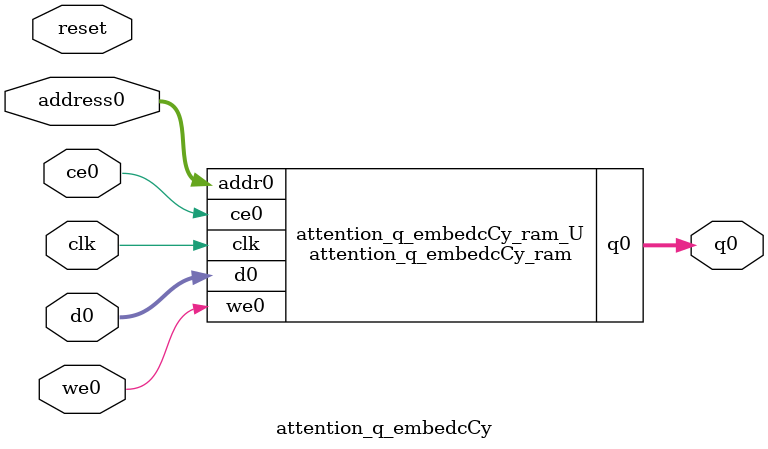
<source format=v>
`timescale 1 ns / 1 ps
module attention_q_embedcCy_ram (addr0, ce0, d0, we0, q0,  clk);

parameter DWIDTH = 40;
parameter AWIDTH = 5;
parameter MEM_SIZE = 24;

input[AWIDTH-1:0] addr0;
input ce0;
input[DWIDTH-1:0] d0;
input we0;
output reg[DWIDTH-1:0] q0;
input clk;

(* ram_style = "distributed" *)reg [DWIDTH-1:0] ram[0:MEM_SIZE-1];




always @(posedge clk)  
begin 
    if (ce0) begin
        if (we0) 
            ram[addr0] <= d0; 
        q0 <= ram[addr0];
    end
end


endmodule

`timescale 1 ns / 1 ps
module attention_q_embedcCy(
    reset,
    clk,
    address0,
    ce0,
    we0,
    d0,
    q0);

parameter DataWidth = 32'd40;
parameter AddressRange = 32'd24;
parameter AddressWidth = 32'd5;
input reset;
input clk;
input[AddressWidth - 1:0] address0;
input ce0;
input we0;
input[DataWidth - 1:0] d0;
output[DataWidth - 1:0] q0;



attention_q_embedcCy_ram attention_q_embedcCy_ram_U(
    .clk( clk ),
    .addr0( address0 ),
    .ce0( ce0 ),
    .we0( we0 ),
    .d0( d0 ),
    .q0( q0 ));

endmodule


</source>
